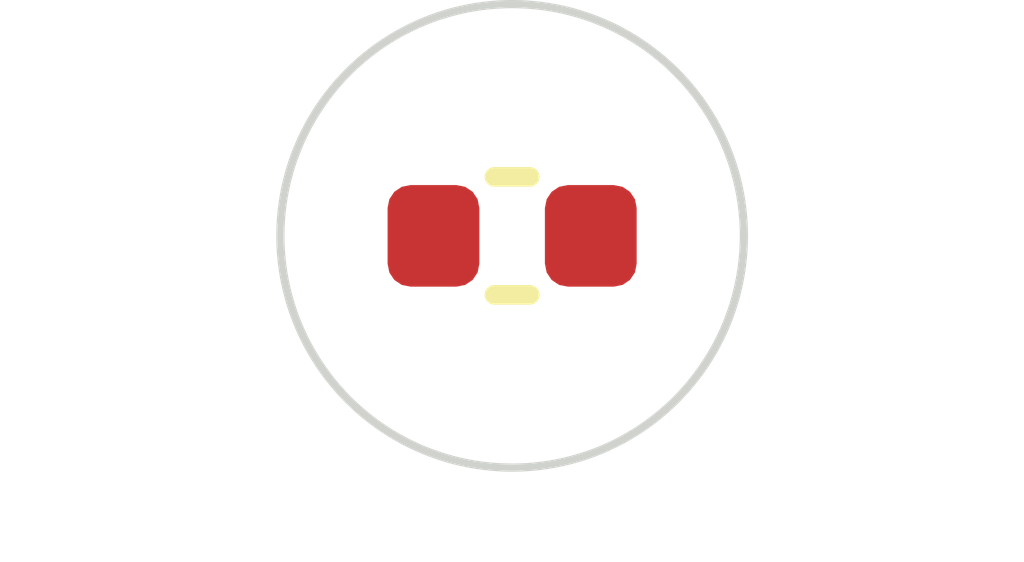
<source format=kicad_pcb>
(kicad_pcb (version 20241229) (generator "pcbnew") (generator_version "9.0")
  (title_block (title ">>TITLE<<") (rev ">>REVISION<<") (company "American Embedded") (comment 1 ">>CLIENT<<"))
  (layers (0 "F.Cu" signal) (2 "B.Cu" signal) (13 "F.Paste" user) (15 "B.Paste" user) (5 "F.SilkS" user "F.Silkscreen") (7 "B.SilkS" user "B.Silkscreen") (1 "F.Mask" user) (3 "B.Mask" user) (25 "Edge.Cuts" user))
  (net 0 "")
  (footprint "Capacitor_SMD:C_0402_1005Metric" (layer "F.Cu") (at 148.5 105)
    (property "Reference" "C1" (hide yes))
    (property "Value" "C_Small")
    (fp_line (start -0.107836 -0.36) (end 0.107836 -0.36) (stroke (width 0.12)) (layer "F.SilkS"))
    (fp_line (start -0.107836 0.36) (end 0.107836 0.36) (stroke (width 0.12)) (layer "F.SilkS"))
    (pad "1" smd roundrect (at -0.48 0) (size 0.56 0.62) (layers "F.Cu" "F.Mask" "F.Paste"))
    (pad "2" smd roundrect (at 0.48 0) (size 0.56 0.62) (layers "F.Cu" "F.Mask" "F.Paste"))
  )
  (gr_circle (center 148.5 105) (end 149.5 104) (stroke (width 0.05)) (fill no) (layer "Edge.Cuts"))
)
</source>
